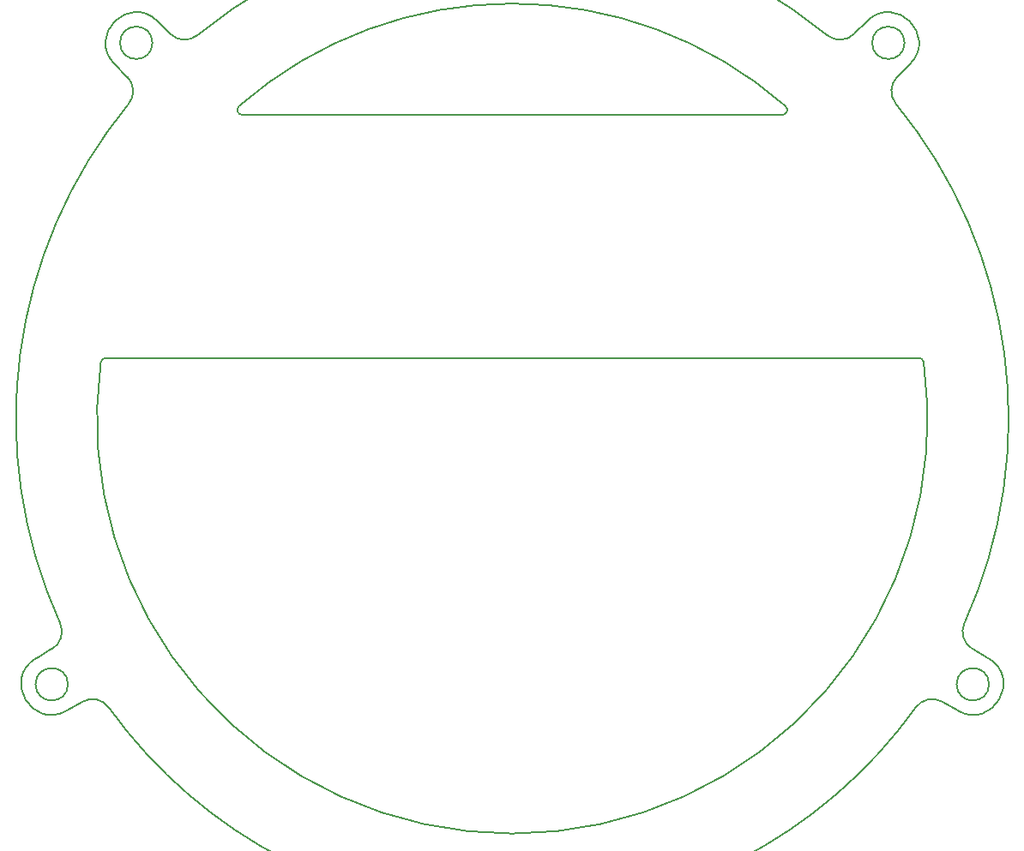
<source format=gbr>
%TF.GenerationSoftware,KiCad,Pcbnew,(6.0.11)*%
%TF.CreationDate,2023-09-02T14:34:40+09:00*%
%TF.ProjectId,line_board,6c696e65-5f62-46f6-9172-642e6b696361,rev?*%
%TF.SameCoordinates,Original*%
%TF.FileFunction,Profile,NP*%
%FSLAX46Y46*%
G04 Gerber Fmt 4.6, Leading zero omitted, Abs format (unit mm)*
G04 Created by KiCad (PCBNEW (6.0.11)) date 2023-09-02 14:34:40*
%MOMM*%
%LPD*%
G01*
G04 APERTURE LIST*
%TA.AperFunction,Profile*%
%ADD10C,0.200000*%
%TD*%
G04 APERTURE END LIST*
D10*
X106945485Y-114219043D02*
X105433666Y-115091906D01*
X196366319Y-120288126D02*
G75*
G03*
X199366352Y-115091916I1499981J2598126D01*
G01*
X191644459Y-56438199D02*
G75*
G03*
X187401801Y-52195541I-2121359J2121299D01*
G01*
X193020184Y-85872080D02*
G75*
G03*
X192524805Y-85439982I-495384J-67920D01*
G01*
X114521780Y-60355551D02*
G75*
G03*
X114389965Y-57672605I-1546080J1268751D01*
G01*
X197032734Y-111661605D02*
G75*
G03*
X197854515Y-114219043I1821666J-825395D01*
G01*
X197032779Y-111661625D02*
G75*
G03*
X190278209Y-60355560I-44632779J20221645D01*
G01*
X191123106Y-54316876D02*
G75*
G03*
X191123106Y-54316876I-1600000J0D01*
G01*
X116876894Y-54316876D02*
G75*
G03*
X116876894Y-54316876I-1600000J0D01*
G01*
X112275195Y-85439993D02*
G75*
G03*
X111779827Y-85872081I5J-500007D01*
G01*
X108533666Y-117689982D02*
G75*
G03*
X108533666Y-117689982I-1600000J0D01*
G01*
X187401801Y-52195541D02*
X186167377Y-53429947D01*
X113155559Y-56438181D02*
X114389965Y-57672605D01*
X114521789Y-60355559D02*
G75*
G03*
X107767219Y-111661626I37878211J-31084421D01*
G01*
X194854503Y-119415216D02*
X196366352Y-120288069D01*
X112571152Y-119982282D02*
G75*
G03*
X192228848Y-119982282I39828848J28542301D01*
G01*
X112275195Y-85439982D02*
X192524805Y-85439982D01*
X118632597Y-53429973D02*
G75*
G03*
X121315578Y-53561773I1414203J1414273D01*
G01*
X183484422Y-53561773D02*
G75*
G03*
X121315578Y-53561773I-31084422J-37878209D01*
G01*
X190410025Y-57672595D02*
G75*
G03*
X190278209Y-60355560I1414275J-1414205D01*
G01*
X194854489Y-119415240D02*
G75*
G03*
X192228848Y-119982282I-999989J-1732060D01*
G01*
X199466334Y-117689982D02*
G75*
G03*
X199466334Y-117689982I-1600000J0D01*
G01*
X112571174Y-119982266D02*
G75*
G03*
X109945497Y-119415216I-1625674J-1165034D01*
G01*
X179374785Y-60563438D02*
G75*
G03*
X125425215Y-60563438I-26974785J-30876544D01*
G01*
X105433698Y-115091962D02*
G75*
G03*
X108433648Y-120288069I1500002J-2598038D01*
G01*
X108433648Y-120288069D02*
X109945497Y-119415216D01*
X190410035Y-57672605D02*
X191644441Y-56438181D01*
X106945480Y-114219035D02*
G75*
G03*
X107767219Y-111661626I-999980J1732035D01*
G01*
X118632623Y-53429947D02*
X117398199Y-52195541D01*
X111779827Y-85872081D02*
G75*
G03*
X193020173Y-85872081I40620173J-5567901D01*
G01*
X117398191Y-52195549D02*
G75*
G03*
X113155559Y-56438181I-2121301J-2121331D01*
G01*
X125754175Y-61439982D02*
X179045825Y-61439982D01*
X179045825Y-61440030D02*
G75*
G03*
X179374785Y-60563438I-25J500030D01*
G01*
X199366352Y-115091916D02*
X197854515Y-114219043D01*
X183484449Y-53561740D02*
G75*
G03*
X186167377Y-53429947I1268751J1546140D01*
G01*
X125425247Y-60563474D02*
G75*
G03*
X125754175Y-61439982I328953J-376526D01*
G01*
M02*

</source>
